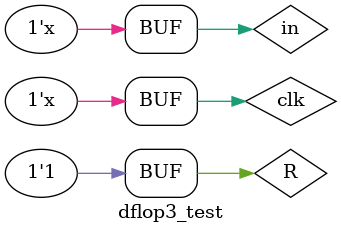
<source format=v>
module dflop3_test();
reg clk,in,R;
wire out;

d_flop3 d3(in,R,clk,out);

initial
begin
R=0;
clk=0;
in=0;
#5 R=1;
end

always
begin
#10 in=~in;
end

always
begin
#5 clk=~clk;
end
endmodule
</source>
